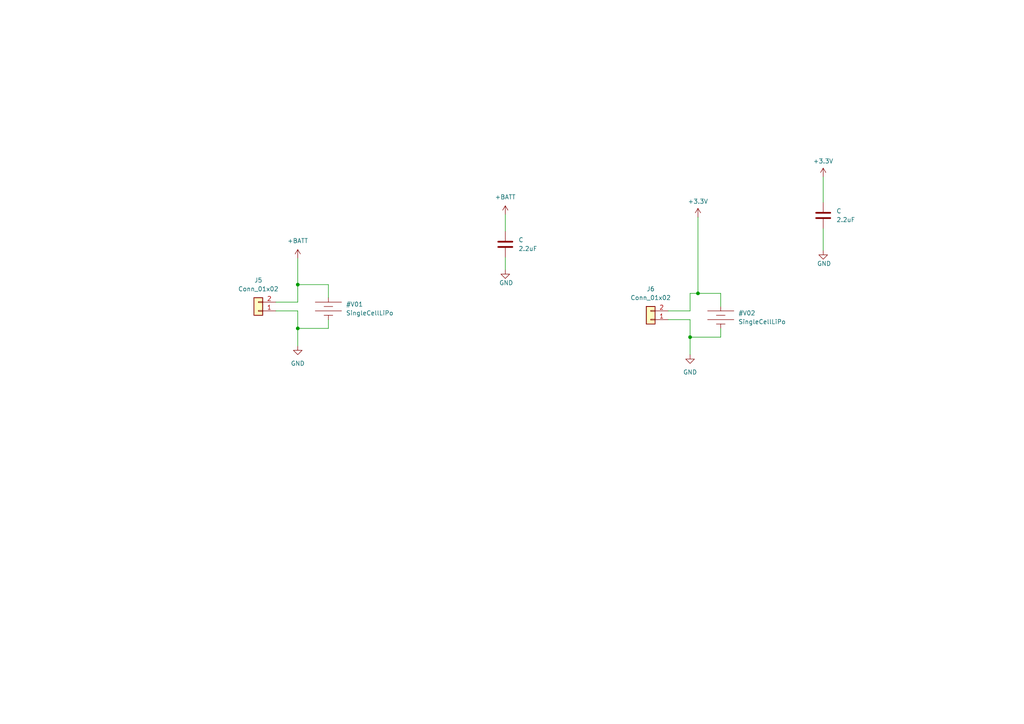
<source format=kicad_sch>
(kicad_sch (version 20230121) (generator eeschema)
  (paper "A4")
  (lib_symbols
    (symbol "Connector_Generic:Conn_01x02" (pin_names (offset 1.016) hide)
      (property "Reference" "J" (at 0 2.54 0))
      (property "Value" "Conn_01x02" (at 0 -5.08 0))
      (symbol "Conn_01x02_1_1"
        (rectangle (start -1.27 -2.413) (end 0 -2.667) (stroke (width 0.1524)))
        (rectangle (start -1.27 0.127) (end 0 -0.127) (stroke (width 0.1524)))
        (rectangle (start -1.27 1.27) (end 1.27 -3.81) (stroke (width 0.254)) (fill (type background)))
        (pin passive line (at -5.08 0 0) (length 3.81) (name "Pin_1") (number "1"))
        (pin passive line (at -5.08 -2.54 0) (length 3.81) (name "Pin_2") (number "2"))
      )
    )
    (symbol "Device:C" (pin_numbers hide) (pin_names (offset 0.254))
      (property "Reference" "C" (at 0.635 2.54 0))
      (property "Value" "C" (at 0.635 -2.54 0))
      (symbol "C_0_1"
        (polyline (pts (xy -2.032 -0.762) (xy 2.032 -0.762)) (stroke (width 0.508)))
        (polyline (pts (xy -2.032 0.762) (xy 2.032 0.762)) (stroke (width 0.508)))
      )
      (symbol "C_1_1"
        (pin passive line (at 0 3.81 270) (length 2.794) (name "~") (number "1"))
        (pin passive line (at 0 -3.81 90) (length 2.794) (name "~") (number "2"))
      )
    )
    (symbol "minimouse:SingleCellLiPo" (power) (pin_numbers hide) (pin_names hide) (in_bom no) (on_board no)
      (property "Reference" "V" (at 1.8796 0.3048 0))
      (property "Value" "SingleCellLiPo" (at -11.43 1.27 0))
      (symbol "SingleCellLiPo_0_1"
        (polyline (pts (xy -3.81 0) (xy 3.81 0)))
        (polyline (pts (xy -3.81 2.54) (xy 3.81 2.54)))
        (polyline (pts (xy -1.27 -1.27) (xy 1.27 -1.27)))
        (polyline (pts (xy -1.27 1.27) (xy 1.27 1.27)))
      )
      (symbol "SingleCellLiPo_1_1"
        (pin power_out line (at 0 -2.54 90) (length 1.27) (name "+") (number ""))
        (pin power_out line (at 0 3.81 270) (length 1.27) (name "+") (number ""))
      )
    )
    (symbol "power:+3.3V" (power) (pin_names (offset 0))
      (property "Value" "+3.3V" (at 0 3.556 0))
      (symbol "+3.3V_0_1"
        (polyline (pts (xy -0.762 1.27) (xy 0 2.54)))
        (polyline (pts (xy 0 0) (xy 0 2.54)))
        (polyline (pts (xy 0 2.54) (xy 0.762 1.27)))
      )
      (symbol "+3.3V_1_1"
        (pin power_in line (at 0 0 90) (length 0) hide (name "+3.3V") (number "1"))
      )
    )
    (symbol "power:+BATT" (power) (pin_names (offset 0))
      (property "Value" "+BATT" (at 0 3.556 0))
      (symbol "+BATT_0_1"
        (polyline (pts (xy -0.762 1.27) (xy 0 2.54)))
        (polyline (pts (xy 0 0) (xy 0 2.54)))
        (polyline (pts (xy 0 2.54) (xy 0.762 1.27)))
      )
      (symbol "+BATT_1_1"
        (pin power_in line (at 0 0 90) (length 0) hide (name "+BATT") (number "1"))
      )
    )
    (symbol "power:GND" (power) (pin_names (offset 0))
      (property "Value" "GND" (at 0 -3.81 0))
      (symbol "GND_0_1"
        (polyline (pts (xy 0 0) (xy 0 -1.27) (xy 1.27 -1.27) (xy 0 -2.54) (xy -1.27 -1.27) (xy 0 -1.27)))
      )
      (symbol "GND_1_1"
        (pin power_in line (at 0 0 270) (length 0) hide (name "GND") (number "1"))
      )
    )
  )
  (junction (at 86.36 82.55))
  (junction (at 86.36 95.25))
  (junction (at 202.438 85.09))
  (junction (at 200.152 97.79))
  (wire (pts (xy 238.76 51.308) (xy 238.76 58.674)))
  (wire (pts (xy 200.152 85.09) (xy 200.152 90.17)))
  (wire (pts (xy 193.802 90.17) (xy 200.152 90.17)))
  (wire (pts (xy 86.36 90.17) (xy 86.36 95.25)))
  (wire (pts (xy 200.152 92.71) (xy 200.152 97.79)))
  (wire (pts (xy 95.25 82.55) (xy 86.36 82.55)))
  (wire (pts (xy 200.152 85.09) (xy 202.438 85.09)))
  (wire (pts (xy 86.36 74.93) (xy 86.36 82.55)))
  (wire (pts (xy 95.25 86.36) (xy 95.25 82.55)))
  (wire (pts (xy 202.438 62.992) (xy 202.438 85.09)))
  (wire (pts (xy 209.042 95.25) (xy 209.042 97.79)))
  (wire (pts (xy 146.558 74.676) (xy 146.558 78.232)))
  (wire (pts (xy 209.042 88.9) (xy 209.042 85.09)))
  (wire (pts (xy 95.25 92.71) (xy 95.25 95.25)))
  (wire (pts (xy 80.01 87.63) (xy 86.36 87.63)))
  (wire (pts (xy 202.438 85.09) (xy 209.042 85.09)))
  (wire (pts (xy 86.36 95.25) (xy 86.36 100.33)))
  (wire (pts (xy 95.25 95.25) (xy 86.36 95.25)))
  (wire (pts (xy 86.36 82.55) (xy 86.36 87.63)))
  (wire (pts (xy 193.802 92.71) (xy 200.152 92.71)))
  (wire (pts (xy 200.152 97.79) (xy 200.152 102.87)))
  (wire (pts (xy 146.558 62.23) (xy 146.558 67.056)))
  (wire (pts (xy 238.76 66.294) (xy 238.76 72.644)))
  (wire (pts (xy 80.01 90.17) (xy 86.36 90.17)))
  (wire (pts (xy 209.042 97.79) (xy 200.152 97.79)))
  (symbol (lib_id "power:+BATT") (at 86.36 74.93 0) (unit 1)
    (property "Reference" "#PWR036" (effects hide))
    (property "Value" "+BATT" (at 86.36 69.85 0))
  )
  (symbol (lib_id "minimouse:SingleCellLiPo") (at 95.25 90.17 0) (unit 1) (in_bom no) (on_board no)
    (property "Reference" "#V01" (at 100.33 88.265 0) (effects (justify left)))
    (property "Value" "SingleCellLiPo" (at 100.33 90.805 0) (effects (justify left)))
  )
  (symbol (lib_id "power:+BATT") (at 146.558 62.23 0) (unit 1)
    (property "Reference" "#PWR014" (effects hide))
    (property "Value" "+BATT" (at 146.558 57.15 0))
    (instances (project "minimouse" (path "" (reference "#PWR014") (unit 1)) (path "" (reference "#PWR035") (unit 1))))
  )
  (symbol (lib_id "Device:C") (at 238.76 62.484 0) (unit 1)
    (property "Reference" "C" (at 242.57 61.214 0) (effects (justify left)))
    (property "Value" "2.2uF" (at 242.57 63.754 0) (effects (justify left)))
    (instances (project "minimouse" (path "" (reference "C") (unit 1)) (path "" (reference "C11") (unit 1))))
  )
  (symbol (lib_id "power:+3.3V") (at 238.76 51.308 0) (unit 1)
    (property "Reference" "#PWR043" (effects hide))
    (property "Value" "+3.3V" (at 238.76 46.736 0))
  )
  (symbol (lib_id "power:+3.3V") (at 202.438 62.992 0) (unit 1)
    (property "Reference" "#PWR041" (effects hide))
    (property "Value" "+3.3V" (at 202.438 58.42 0))
  )
  (symbol (lib_id "power:GND") (at 238.76 72.644 0) (unit 1)
    (property "Reference" "#PWR028" (effects hide))
    (property "Value" "GND" (at 239.014 76.454 0))
    (instances (project "minimouse" (path "" (reference "#PWR028") (unit 1)) (path "" (reference "#PWR042") (unit 1))))
  )
  (symbol (lib_id "Connector_Generic:Conn_01x02") (at 188.722 92.71 180) (unit 1)
    (property "Reference" "J6" (at 188.722 83.82 0))
    (property "Value" "Conn_01x02" (at 188.722 86.36 0))
    (property "Footprint" "Connector_PinHeader_2.54mm:PinHeader_1x02_P2.54mm_Vertical" (effects hide))
  )
  (symbol (lib_id "power:GND") (at 200.152 102.87 0) (unit 1)
    (property "Reference" "#PWR040" (effects hide))
    (property "Value" "GND" (at 200.152 107.95 0))
  )
  (symbol (lib_id "power:GND") (at 146.558 78.232 0) (unit 1)
    (property "Reference" "#PWR028" (effects hide))
    (property "Value" "GND" (at 146.812 82.042 0))
    (instances (project "minimouse" (path "" (reference "#PWR028") (unit 1)) (path "" (reference "#PWR038") (unit 1))))
  )
  (symbol (lib_id "minimouse:SingleCellLiPo") (at 209.042 92.71 0) (unit 1) (in_bom no) (on_board no)
    (property "Reference" "#V02" (at 214.122 90.805 0) (effects (justify left)))
    (property "Value" "SingleCellLiPo" (at 214.122 93.345 0) (effects (justify left)))
  )
  (symbol (lib_id "Connector_Generic:Conn_01x02") (at 74.93 90.17 180) (unit 1)
    (property "Reference" "J5" (at 74.93 81.28 0))
    (property "Value" "Conn_01x02" (at 74.93 83.82 0))
    (property "Footprint" "Connector_PinHeader_2.54mm:PinHeader_1x02_P2.54mm_Vertical" (effects hide))
  )
  (symbol (lib_id "power:GND") (at 86.36 100.33 0) (unit 1)
    (property "Reference" "#PWR037" (effects hide))
    (property "Value" "GND" (at 86.36 105.41 0))
  )
  (symbol (lib_id "Device:C") (at 146.558 70.866 0) (unit 1)
    (property "Reference" "C" (at 150.368 69.596 0) (effects (justify left)))
    (property "Value" "2.2uF" (at 150.368 72.136 0) (effects (justify left)))
    (instances (project "minimouse" (path "" (reference "C") (unit 1)) (path "" (reference "C10") (unit 1))))
  )
)
</source>
